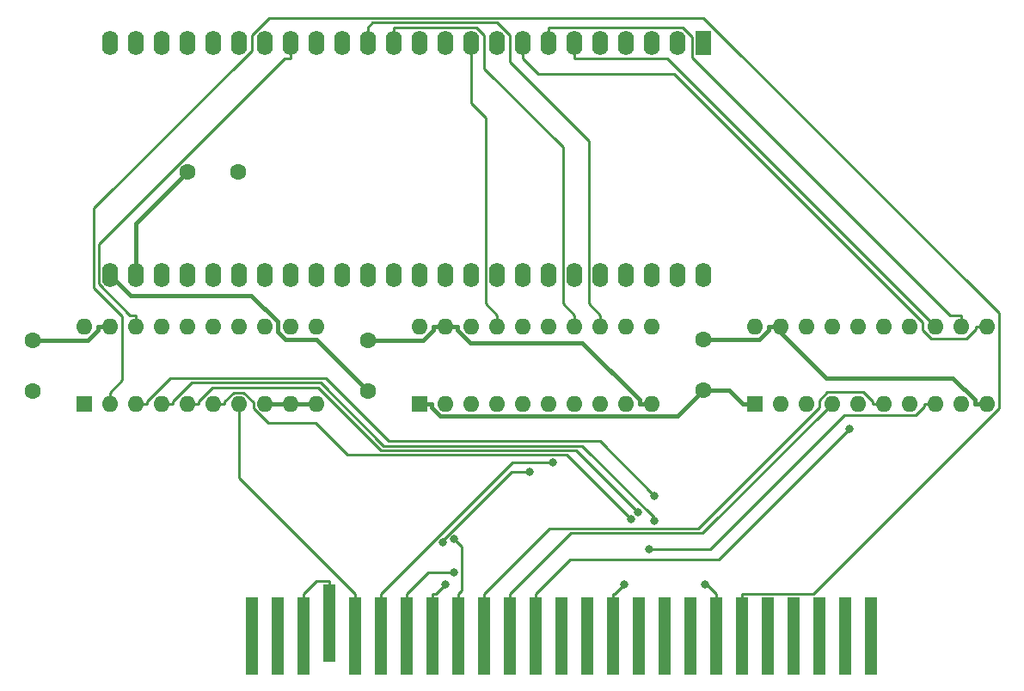
<source format=gtl>
G04 #@! TF.GenerationSoftware,KiCad,Pcbnew,(6.0.9)*
G04 #@! TF.CreationDate,2023-03-03T19:19:16+01:00*
G04 #@! TF.ProjectId,02_Cartucho_MSX_Tang_Nano_9k_TMS9918,30325f43-6172-4747-9563-686f5f4d5358,rev?*
G04 #@! TF.SameCoordinates,Original*
G04 #@! TF.FileFunction,Copper,L1,Top*
G04 #@! TF.FilePolarity,Positive*
%FSLAX46Y46*%
G04 Gerber Fmt 4.6, Leading zero omitted, Abs format (unit mm)*
G04 Created by KiCad (PCBNEW (6.0.9)) date 2023-03-03 19:19:16*
%MOMM*%
%LPD*%
G01*
G04 APERTURE LIST*
G04 #@! TA.AperFunction,ComponentPad*
%ADD10C,1.600000*%
G04 #@! TD*
G04 #@! TA.AperFunction,ComponentPad*
%ADD11R,1.600000X1.600000*%
G04 #@! TD*
G04 #@! TA.AperFunction,ComponentPad*
%ADD12O,1.600000X1.600000*%
G04 #@! TD*
G04 #@! TA.AperFunction,SMDPad,CuDef*
%ADD13R,1.270000X7.620000*%
G04 #@! TD*
G04 #@! TA.AperFunction,ComponentPad*
%ADD14R,1.600000X2.400000*%
G04 #@! TD*
G04 #@! TA.AperFunction,ComponentPad*
%ADD15O,1.600000X2.400000*%
G04 #@! TD*
G04 #@! TA.AperFunction,ViaPad*
%ADD16C,0.800000*%
G04 #@! TD*
G04 #@! TA.AperFunction,Conductor*
%ADD17C,0.250000*%
G04 #@! TD*
G04 #@! TA.AperFunction,Conductor*
%ADD18C,0.400000*%
G04 #@! TD*
G04 APERTURE END LIST*
D10*
X79970000Y-93980000D03*
X74970000Y-93980000D03*
X125730000Y-115530000D03*
X125730000Y-110530000D03*
X92710000Y-115570000D03*
X92710000Y-110570000D03*
X59690000Y-115570000D03*
X59690000Y-110570000D03*
D11*
X64770000Y-116840000D03*
D12*
X67310000Y-116840000D03*
X69850000Y-116840000D03*
X72390000Y-116840000D03*
X74930000Y-116840000D03*
X77470000Y-116840000D03*
X80010000Y-116840000D03*
X82550000Y-116840000D03*
X85090000Y-116840000D03*
X87630000Y-116840000D03*
X87630000Y-109220000D03*
X85090000Y-109220000D03*
X82550000Y-109220000D03*
X80010000Y-109220000D03*
X77470000Y-109220000D03*
X74930000Y-109220000D03*
X72390000Y-109220000D03*
X69850000Y-109220000D03*
X67310000Y-109220000D03*
X64770000Y-109220000D03*
D13*
X142240000Y-139700000D03*
X139700000Y-139700000D03*
X137160000Y-139700000D03*
X134620000Y-139700000D03*
X132080000Y-139700000D03*
X129540000Y-139700000D03*
X127000000Y-139700000D03*
X124460000Y-139700000D03*
X121920000Y-139700000D03*
X119380000Y-139700000D03*
X116840000Y-139700000D03*
X114300000Y-139700000D03*
X111760000Y-139700000D03*
X109220000Y-139700000D03*
X106680000Y-139700000D03*
X104140000Y-139700000D03*
X101600000Y-139700000D03*
X99060000Y-139700000D03*
X96520000Y-139700000D03*
X93980000Y-139700000D03*
X91440000Y-139700000D03*
X88900000Y-138430000D03*
X86360000Y-139700000D03*
X83820000Y-139700000D03*
X81280000Y-139700000D03*
D14*
X125730000Y-81280000D03*
D15*
X123190000Y-81280000D03*
X120650000Y-81280000D03*
X118110000Y-81280000D03*
X115570000Y-81280000D03*
X113030000Y-81280000D03*
X110490000Y-81280000D03*
X107950000Y-81280000D03*
X105410000Y-81280000D03*
X102870000Y-81280000D03*
X100330000Y-81280000D03*
X97790000Y-81280000D03*
X95250000Y-81280000D03*
X92710000Y-81280000D03*
X90170000Y-81280000D03*
X87630000Y-81280000D03*
X85090000Y-81280000D03*
X82550000Y-81280000D03*
X80010000Y-81280000D03*
X77470000Y-81280000D03*
X74930000Y-81280000D03*
X72390000Y-81280000D03*
X69850000Y-81280000D03*
X67310000Y-81280000D03*
X67310000Y-104140000D03*
X69850000Y-104140000D03*
X72390000Y-104140000D03*
X74930000Y-104140000D03*
X77470000Y-104140000D03*
X80010000Y-104140000D03*
X82550000Y-104140000D03*
X85090000Y-104140000D03*
X87630000Y-104140000D03*
X90170000Y-104140000D03*
X92710000Y-104140000D03*
X95250000Y-104140000D03*
X97790000Y-104140000D03*
X100330000Y-104140000D03*
X102870000Y-104140000D03*
X105410000Y-104140000D03*
X107950000Y-104140000D03*
X110490000Y-104140000D03*
X113030000Y-104140000D03*
X115570000Y-104140000D03*
X118110000Y-104140000D03*
X120650000Y-104140000D03*
X123190000Y-104140000D03*
X125730000Y-104140000D03*
D11*
X130810000Y-116840000D03*
D12*
X133350000Y-116840000D03*
X135890000Y-116840000D03*
X138430000Y-116840000D03*
X140970000Y-116840000D03*
X143510000Y-116840000D03*
X146050000Y-116840000D03*
X148590000Y-116840000D03*
X151130000Y-116840000D03*
X153670000Y-116840000D03*
X153670000Y-109220000D03*
X151130000Y-109220000D03*
X148590000Y-109220000D03*
X146050000Y-109220000D03*
X143510000Y-109220000D03*
X140970000Y-109220000D03*
X138430000Y-109220000D03*
X135890000Y-109220000D03*
X133350000Y-109220000D03*
X130810000Y-109220000D03*
D11*
X97790000Y-116840000D03*
D12*
X100330000Y-116840000D03*
X102870000Y-116840000D03*
X105410000Y-116840000D03*
X107950000Y-116840000D03*
X110490000Y-116840000D03*
X113030000Y-116840000D03*
X115570000Y-116840000D03*
X118110000Y-116840000D03*
X120650000Y-116840000D03*
X120650000Y-109220000D03*
X118110000Y-109220000D03*
X115570000Y-109220000D03*
X113030000Y-109220000D03*
X110490000Y-109220000D03*
X107950000Y-109220000D03*
X105410000Y-109220000D03*
X102870000Y-109220000D03*
X100330000Y-109220000D03*
X97790000Y-109220000D03*
D16*
X120390000Y-131190000D03*
X117958000Y-134620000D03*
X110923000Y-122584000D03*
X108607000Y-123520000D03*
X100066000Y-130525000D03*
X101205000Y-133433000D03*
X100330000Y-134620000D03*
X101193000Y-130180000D03*
X118606000Y-128186000D03*
X119314000Y-127479000D03*
X120906000Y-128397000D03*
X125882000Y-134620000D03*
X120928000Y-125884000D03*
X140176000Y-119266000D03*
D17*
X126391000Y-131190000D02*
X120390000Y-131190000D01*
X139616000Y-117965000D02*
X126391000Y-131190000D01*
X146621000Y-117965000D02*
X139616000Y-117965000D01*
X147465000Y-117121000D02*
X146621000Y-117965000D01*
X147465000Y-116840000D02*
X147465000Y-117121000D01*
X148590000Y-116840000D02*
X147465000Y-116840000D01*
X117013100Y-135564900D02*
X116840000Y-135564900D01*
X117958000Y-134620000D02*
X117013100Y-135564900D01*
X116840000Y-139700000D02*
X116840000Y-135564900D01*
X104140000Y-135565000D02*
X104140000Y-139700000D01*
X110583000Y-129122000D02*
X104140000Y-135565000D01*
X125270000Y-129122000D02*
X110583000Y-129122000D01*
X137160000Y-117232000D02*
X125270000Y-129122000D01*
X137160000Y-116507000D02*
X137160000Y-117232000D01*
X137963000Y-115704000D02*
X137160000Y-116507000D01*
X141531000Y-115704000D02*
X137963000Y-115704000D01*
X142385000Y-116559000D02*
X141531000Y-115704000D01*
X142385000Y-116840000D02*
X142385000Y-116559000D01*
X143510000Y-116840000D02*
X142385000Y-116840000D01*
X125698000Y-129572000D02*
X138430000Y-116840000D01*
X112672000Y-129572000D02*
X125698000Y-129572000D01*
X106680000Y-135565000D02*
X112672000Y-129572000D01*
X106680000Y-139700000D02*
X106680000Y-135565000D01*
X106961000Y-122584000D02*
X110923000Y-122584000D01*
X93980000Y-135565000D02*
X106961000Y-122584000D01*
X93980000Y-139700000D02*
X93980000Y-135565000D01*
X100066000Y-130281000D02*
X100066000Y-130525000D01*
X106826000Y-123520000D02*
X100066000Y-130281000D01*
X108607000Y-123520000D02*
X106826000Y-123520000D01*
X98652200Y-133433000D02*
X101205000Y-133433000D01*
X96520000Y-135565000D02*
X98652200Y-133433000D01*
X96520000Y-139700000D02*
X96520000Y-135565000D01*
X99385100Y-135565000D02*
X100330000Y-134620000D01*
X99060000Y-135565000D02*
X99385100Y-135565000D01*
X99060000Y-139700000D02*
X99060000Y-135565000D01*
X101963000Y-130949000D02*
X101193000Y-130180000D01*
X101963000Y-135202000D02*
X101963000Y-130949000D01*
X101600000Y-135565000D02*
X101963000Y-135202000D01*
X101600000Y-139700000D02*
X101600000Y-135565000D01*
X80010000Y-124120000D02*
X80010000Y-116840000D01*
X91440000Y-135550000D02*
X80010000Y-124120000D01*
X91440000Y-139700000D02*
X91440000Y-135550000D01*
X78595100Y-116840000D02*
X77470000Y-116840000D01*
X78595100Y-116607000D02*
X78595100Y-116840000D01*
X79487100Y-115715000D02*
X78595100Y-116607000D01*
X80484100Y-115715000D02*
X79487100Y-115715000D01*
X81424800Y-116656000D02*
X80484100Y-115715000D01*
X81424800Y-117311000D02*
X81424800Y-116656000D01*
X82871200Y-118757000D02*
X81424800Y-117311000D01*
X87574300Y-118757000D02*
X82871200Y-118757000D01*
X90676000Y-121859000D02*
X87574300Y-118757000D01*
X112279000Y-121859000D02*
X90676000Y-121859000D01*
X118606000Y-128186000D02*
X112279000Y-121859000D01*
X76055100Y-116840000D02*
X74930000Y-116840000D01*
X76055100Y-116607000D02*
X76055100Y-116840000D01*
X77418800Y-115243000D02*
X76055100Y-116607000D01*
X87803500Y-115243000D02*
X77418800Y-115243000D01*
X93969400Y-121409000D02*
X87803500Y-115243000D01*
X113244000Y-121409000D02*
X93969400Y-121409000D01*
X119314000Y-127479000D02*
X113244000Y-121409000D01*
X73515100Y-116840000D02*
X72390000Y-116840000D01*
X73515100Y-116607000D02*
X73515100Y-116840000D01*
X75354700Y-114767000D02*
X73515100Y-116607000D01*
X88063300Y-114767000D02*
X75354700Y-114767000D01*
X94255000Y-120959000D02*
X88063300Y-114767000D01*
X113819000Y-120959000D02*
X94255000Y-120959000D01*
X120906000Y-128046000D02*
X113819000Y-120959000D01*
X120906000Y-128397000D02*
X120906000Y-128046000D01*
X127000000Y-135565000D02*
X127000000Y-139700000D01*
X126055000Y-134620000D02*
X127000000Y-135565000D01*
X125882000Y-134620000D02*
X126055000Y-134620000D01*
X70975100Y-116840000D02*
X69850000Y-116840000D01*
X70975100Y-116607000D02*
X70975100Y-116840000D01*
X73264900Y-114317000D02*
X70975100Y-116607000D01*
X88567900Y-114317000D02*
X73264900Y-114317000D01*
X94759700Y-120509000D02*
X88567900Y-114317000D01*
X115552000Y-120509000D02*
X94759700Y-120509000D01*
X120928000Y-125884000D02*
X115552000Y-120509000D01*
X129540000Y-135565000D02*
X129540000Y-139700000D01*
X136550000Y-135565000D02*
X129540000Y-135565000D01*
X154839000Y-117276000D02*
X136550000Y-135565000D01*
X154839000Y-107915000D02*
X154839000Y-117276000D01*
X125743000Y-78819300D02*
X154839000Y-107915000D01*
X82984000Y-78819300D02*
X125743000Y-78819300D01*
X81280000Y-80523300D02*
X82984000Y-78819300D01*
X81280000Y-82020700D02*
X81280000Y-80523300D01*
X65713900Y-97586800D02*
X81280000Y-82020700D01*
X65713900Y-105389000D02*
X65713900Y-97586800D01*
X68500600Y-108176000D02*
X65713900Y-105389000D01*
X68500600Y-114524000D02*
X68500600Y-108176000D01*
X67310000Y-115715000D02*
X68500600Y-114524000D01*
X67310000Y-116840000D02*
X67310000Y-115715000D01*
X109220000Y-135565000D02*
X109220000Y-139700000D01*
X112604000Y-132180000D02*
X109220000Y-135565000D01*
X127262000Y-132180000D02*
X112604000Y-132180000D01*
X140176000Y-119266000D02*
X127262000Y-132180000D01*
X86360000Y-135565000D02*
X86360000Y-139700000D01*
X87630000Y-134295000D02*
X86360000Y-135565000D01*
X88900000Y-134295000D02*
X87630000Y-134295000D01*
X88900000Y-138430000D02*
X88900000Y-134295000D01*
X122175000Y-82805100D02*
X148590000Y-109220000D01*
X113030000Y-82805100D02*
X122175000Y-82805100D01*
X113030000Y-81280000D02*
X113030000Y-82805100D01*
X151130000Y-108095000D02*
X151130000Y-109220000D01*
X150005000Y-108095000D02*
X151130000Y-108095000D01*
X124605000Y-82694800D02*
X150005000Y-108095000D01*
X124605000Y-80673500D02*
X124605000Y-82694800D01*
X123686000Y-79754900D02*
X124605000Y-80673500D01*
X110490000Y-79754900D02*
X123686000Y-79754900D01*
X110490000Y-81280000D02*
X110490000Y-79754900D01*
X152545000Y-109220000D02*
X153670000Y-109220000D01*
X152545000Y-109501000D02*
X152545000Y-109220000D01*
X151662000Y-110385000D02*
X152545000Y-109501000D01*
X148140000Y-110385000D02*
X151662000Y-110385000D01*
X147320000Y-109565000D02*
X148140000Y-110385000D01*
X147320000Y-108830000D02*
X147320000Y-109565000D01*
X122852000Y-84361400D02*
X147320000Y-108830000D01*
X109506000Y-84361400D02*
X122852000Y-84361400D01*
X107950000Y-82805100D02*
X109506000Y-84361400D01*
X107950000Y-81280000D02*
X107950000Y-82805100D01*
X102870000Y-87248300D02*
X102870000Y-81280000D01*
X104285000Y-88663200D02*
X102870000Y-87248300D01*
X104285000Y-106970000D02*
X104285000Y-88663200D01*
X105410000Y-108095000D02*
X104285000Y-106970000D01*
X105410000Y-109220000D02*
X105410000Y-108095000D01*
X113030000Y-108095000D02*
X113030000Y-109220000D01*
X111905000Y-106970000D02*
X113030000Y-108095000D01*
X111905000Y-91574000D02*
X111905000Y-106970000D01*
X104140000Y-83809100D02*
X111905000Y-91574000D01*
X104140000Y-80538700D02*
X104140000Y-83809100D01*
X103356000Y-79754900D02*
X104140000Y-80538700D01*
X95250000Y-79754900D02*
X103356000Y-79754900D01*
X95250000Y-81280000D02*
X95250000Y-79754900D01*
X115570000Y-108095000D02*
X115570000Y-109220000D01*
X114445000Y-106970000D02*
X115570000Y-108095000D01*
X114445000Y-90942900D02*
X114445000Y-106970000D01*
X106680000Y-83178000D02*
X114445000Y-90942900D01*
X106680000Y-80550000D02*
X106680000Y-83178000D01*
X105421000Y-79290900D02*
X106680000Y-80550000D01*
X93174000Y-79290900D02*
X105421000Y-79290900D01*
X92710000Y-79754900D02*
X93174000Y-79290900D01*
X92710000Y-81280000D02*
X92710000Y-79754900D01*
X85090000Y-82805100D02*
X85090000Y-81280000D01*
X84518100Y-82805100D02*
X85090000Y-82805100D01*
X66184800Y-101138000D02*
X84518100Y-82805100D01*
X66184800Y-105030000D02*
X66184800Y-101138000D01*
X69249700Y-108095000D02*
X66184800Y-105030000D01*
X69850000Y-108095000D02*
X69249700Y-108095000D01*
X69850000Y-109220000D02*
X69850000Y-108095000D01*
D18*
X98154900Y-110570000D02*
X92710000Y-110570000D01*
X99129900Y-109595000D02*
X98154900Y-110570000D01*
X99129900Y-109220000D02*
X99129900Y-109595000D01*
X100330000Y-109220000D02*
X99129900Y-109220000D01*
X119450000Y-116840000D02*
X120650000Y-116840000D01*
X119450000Y-116465000D02*
X119450000Y-116840000D01*
X113837000Y-110852000D02*
X119450000Y-116465000D01*
X102789000Y-110852000D02*
X113837000Y-110852000D01*
X101530000Y-109593000D02*
X102789000Y-110852000D01*
X101530000Y-109220000D02*
X101530000Y-109593000D01*
X100330000Y-109220000D02*
X101530000Y-109220000D01*
X69850000Y-99100000D02*
X74970000Y-93980000D01*
X69850000Y-104140000D02*
X69850000Y-99100000D01*
X65134900Y-110570000D02*
X59690000Y-110570000D01*
X66109900Y-109595000D02*
X65134900Y-110570000D01*
X66109900Y-109220000D02*
X66109900Y-109595000D01*
X67310000Y-109220000D02*
X66109900Y-109220000D01*
X132150000Y-109220000D02*
X132750000Y-109220000D01*
X132150000Y-109593000D02*
X132150000Y-109220000D01*
X131213000Y-110530000D02*
X132150000Y-109593000D01*
X125730000Y-110530000D02*
X131213000Y-110530000D01*
X137853000Y-114323000D02*
X132750000Y-109220000D01*
X150326000Y-114323000D02*
X137853000Y-114323000D01*
X152470000Y-116467000D02*
X150326000Y-114323000D01*
X152470000Y-116840000D02*
X152470000Y-116467000D01*
X153670000Y-116840000D02*
X152470000Y-116840000D01*
X133350000Y-109220000D02*
X132750000Y-109220000D01*
X87630000Y-116840000D02*
X85090000Y-116840000D01*
X85090000Y-116840000D02*
X82550000Y-116840000D01*
X123220000Y-118040000D02*
X125730000Y-115530000D01*
X99815100Y-118040000D02*
X123220000Y-118040000D01*
X98990100Y-117215000D02*
X99815100Y-118040000D01*
X98990100Y-116840000D02*
X98990100Y-117215000D01*
X97790000Y-116840000D02*
X98990100Y-116840000D01*
X128300000Y-115530000D02*
X125730000Y-115530000D01*
X129610000Y-116840000D02*
X128300000Y-115530000D01*
X130810000Y-116840000D02*
X129610000Y-116840000D01*
X69364900Y-106195000D02*
X67310000Y-104140000D01*
X81248700Y-106195000D02*
X69364900Y-106195000D01*
X83820000Y-108766000D02*
X81248700Y-106195000D01*
X83820000Y-109726000D02*
X83820000Y-108766000D01*
X84606000Y-110512000D02*
X83820000Y-109726000D01*
X87651900Y-110512000D02*
X84606000Y-110512000D01*
X92710000Y-115570000D02*
X87651900Y-110512000D01*
M02*

</source>
